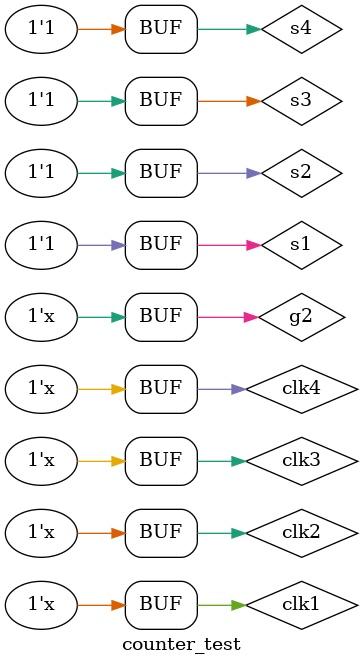
<source format=v>
module counter_test();
reg clk1,clk2,clk3,clk4,s1,s2,s3,s4,g2;
wire qb11,qb21,qb31,qb41,qb14,qb24,qb34,S2,G4;

counter c1(clk1,clk2,clk3,clk4,s1,s2,s3,s4,g2,qb11,qb21,qb31,qb41,qb14,qb24,qb34,S2,G4);

initial
begin
clk1=0;
clk2=0;
clk3=0;
clk4=0;
s1=0;
s2=0;
s3=0;
s4=0;
g2=0;
#15 s1=1;
    s2=1;
    s3=1;
    s4=1;
end

always
begin
#10 clk1=~clk1;
    clk2=~clk2;
    clk3=~clk3;
    clk4=~clk4;
end

always
#10 g2=~g2;
endmodule

</source>
